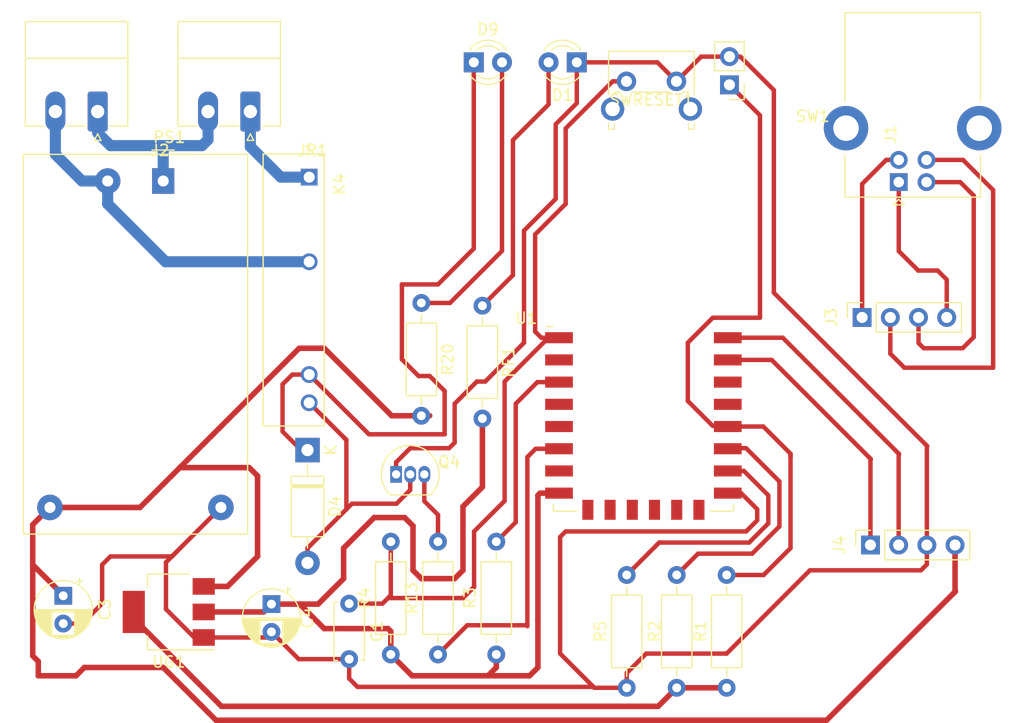
<source format=kicad_pcb>
(kicad_pcb (version 20211014) (generator pcbnew)
  (layers (0 "F.Cu" signal) (31 "B.Cu" signal) (34 "B.Paste" user) (35 "F.Paste" user) (36 "B.SilkS" user "B.Silkscreen") (37 "F.SilkS" user "F.Silkscreen") (38 "B.Mask" user) (39 "F.Mask" user) (44 "Edge.Cuts" user))
  (net 0 "")
  (net 1 "/nRST")
  (net 2 "GND")
  (net 3 "+3.3V")
  (net 4 "+5V")
  (net 5 "Net-(D1-Pad2)")
  (net 6 "Net-(D4-Pad1)")
  (net 7 "Net-(D4-Pad2)")
  (net 8 "Net-(D9-Pad2)")
  (net 9 "/5V")
  (net 10 "/RX1")
  (net 11 "/TX1")
  (net 12 "/0V")
  (net 14 "/TX")
  (net 15 "/RX")
  (net 16 "/12")
  (net 17 "Net-(Q4-Pad3)")
  (net 18 "/GPIO0")
  (net 19 "/GPIO2")
  (net 20 "/EN")
  (net 21 "/GPIO15")
  (net 22 "/GPIO12")
  (net 35 "/L")
  (net 36 "/N")
  (footprint "Package_TO_SOT_SMD:SOT-223-3_TabPin2" (layer "F.Cu") (at 127.75 112 180)
    (fp_text reference "UG1" (at 0 -4.5) (layer "F.SilkS"))
    (fp_text value "AMS1117-3.3")
    (pad "1" smd rect (at -3.15 -2.3 180) (size 2 1.5) (layers "F.Cu" "F.Paste" "F.Mask") (net 2 "GND"))
    (pad "2" smd rect (at 3.15 0 180) (size 2 3.8) (layers "F.Cu" "F.Paste" "F.Mask") (net 3 "+3.3V"))
    (pad "2" smd rect (at -3.15 0 180) (size 2 1.5) (layers "F.Cu" "F.Paste" "F.Mask") (net 3 "+3.3V"))
    (pad "3" smd rect (at -3.15 2.3 180) (size 2 1.5) (layers "F.Cu" "F.Paste" "F.Mask") (net 4 "+5V"))
  )
  (footprint "Resistor_THT:R_Axial_DIN0207_L6.3mm_D2.5mm_P10.16mm_Horizontal" (layer "F.Cu") (at 150.5 84.17 -90)
    (fp_text reference "R20" (at 5.08 -2.37 90) (layer "F.SilkS"))
    (fp_text value "330")
    (pad "1" thru_hole circle (at 0 0 270) (size 1.6 1.6) (drill 0.8) (layers *.Cu *.Mask) (net 8 "Net-(D9-Pad2)"))
    (pad "2" thru_hole oval (at 10.16 0 270) (size 1.6 1.6) (drill 0.8) (layers *.Cu *.Mask) (net 4 "+5V"))
  )
  (footprint "Capacitor_THT:CP_Radial_D5.0mm_P2.50mm" (layer "F.Cu") (at 118.25 110.544888 -90)
    (fp_text reference "C3" (at 1.25 -3.75 90) (layer "F.SilkS"))
    (fp_text value "10uF")
    (pad "1" thru_hole rect (at 0 0 270) (size 1.6 1.6) (drill 0.8) (layers *.Cu *.Mask) (net 4 "+5V"))
    (pad "2" thru_hole circle (at 2.5 0 270) (size 1.6 1.6) (drill 0.8) (layers *.Cu *.Mask) (net 2 "GND"))
  )
  (footprint "LED_THT:LED_D3.0mm" (layer "F.Cu") (at 164.5 62.5 180)
    (fp_text reference "D1" (at 1.27 -2.96) (layer "F.SilkS"))
    (fp_text value "LED_Filled")
    (pad "1" thru_hole rect (at 0 0 180) (size 1.8 1.8) (drill 0.9) (layers *.Cu *.Mask) (net 2 "GND"))
    (pad "2" thru_hole circle (at 2.54 0 180) (size 1.8 1.8) (drill 0.9) (layers *.Cu *.Mask) (net 5 "Net-(D1-Pad2)"))
  )
  (footprint "Diode_THT:D_DO-41_SOD81_P10.16mm_Horizontal" (layer "F.Cu") (at 140.25 97.42 -90)
    (fp_text reference "D4" (at 5.08 -2.47 90) (layer "F.SilkS"))
    (fp_text value "1N4007")
    (fp_text user "K" (at 0 -2.1 90) (layer "F.SilkS"))
    (pad "1" thru_hole rect (at 0 0 270) (size 2.2 2.2) (drill 1.1) (layers *.Cu *.Mask) (net 6 "Net-(D4-Pad1)"))
    (pad "2" thru_hole oval (at 10.16 0 270) (size 2.2 2.2) (drill 1.1) (layers *.Cu *.Mask) (net 7 "Net-(D4-Pad2)"))
  )
  (footprint "Converter_ACDC:Converter_ACDC_HiLink_HLK-PMxx" (layer "F.Cu") (at 127.25 73.1875 -90)
    (fp_text reference "PS1" (at -3.94 -0.55) (layer "F.SilkS"))
    (fp_text value "HLK-PM01")
    (pad "1" thru_hole rect (at 0 0 270) (size 2.3 2) (drill 1) (layers *.Cu *.Mask) (net 36 "/N"))
    (pad "2" thru_hole circle (at 0 5 270) (size 2.3 2.3) (drill 1) (layers *.Cu *.Mask) (net 35 "/L"))
    (pad "3" thru_hole circle (at 29.4 -5.2 270) (size 2.3 2.3) (drill 1) (layers *.Cu *.Mask) (net 2 "GND"))
    (pad "4" thru_hole circle (at 29.4 10.2 270) (size 2.3 2.3) (drill 1) (layers *.Cu *.Mask) (net 4 "+5V"))
  )
  (footprint "Resistor_THT:R_Axial_DIN0207_L6.3mm_D2.5mm_P10.16mm_Horizontal" (layer "F.Cu") (at 156 84.42 -90)
    (fp_text reference "RF1" (at 5.08 -2.37 90) (layer "F.SilkS"))
    (fp_text value "330")
    (pad "1" thru_hole circle (at 0 0 270) (size 1.6 1.6) (drill 0.8) (layers *.Cu *.Mask) (net 5 "Net-(D1-Pad2)"))
    (pad "2" thru_hole oval (at 10.16 0 270) (size 1.6 1.6) (drill 0.8) (layers *.Cu *.Mask) (net 3 "+3.3V"))
  )
  (footprint "Resistor_THT:R_Axial_DIN0207_L6.3mm_D2.5mm_P10.16mm_Horizontal" (layer "F.Cu") (at 152 115.83 90)
    (fp_text reference "R13" (at 5.08 -2.37 90) (layer "F.SilkS"))
    (fp_text value "1k")
    (pad "1" thru_hole circle (at 0 0 90) (size 1.6 1.6) (drill 0.8) (layers *.Cu *.Mask) (net 22 "/GPIO12"))
    (pad "2" thru_hole oval (at 10.16 0 90) (size 1.6 1.6) (drill 0.8) (layers *.Cu *.Mask) (net 17 "Net-(Q4-Pad3)"))
  )
  (footprint "RF_Module:ESP-12E" (layer "F.Cu") (at 170.5 90.8)
    (fp_text reference "U1" (at -10.56 -5.26) (layer "F.SilkS"))
    (fp_text value "ESP-12E")
    (pad "1" smd rect (at -7.6 -3.5) (size 2.5 1) (layers "F.Cu" "F.Paste" "F.Mask") (net 1 "/nRST"))
    (pad "2" smd rect (at -7.6 -1.5) (size 2.5 1) (layers "F.Cu" "F.Paste" "F.Mask"))
    (pad "3" smd rect (at -7.6 0.5) (size 2.5 1) (layers "F.Cu" "F.Paste" "F.Mask") (net 20 "/EN"))
    (pad "4" smd rect (at -7.6 2.5) (size 2.5 1) (layers "F.Cu" "F.Paste" "F.Mask"))
    (pad "5" smd rect (at -7.6 4.5) (size 2.5 1) (layers "F.Cu" "F.Paste" "F.Mask"))
    (pad "6" smd rect (at -7.6 6.5) (size 2.5 1) (layers "F.Cu" "F.Paste" "F.Mask") (net 22 "/GPIO12"))
    (pad "7" smd rect (at -7.6 8.5) (size 2.5 1) (layers "F.Cu" "F.Paste" "F.Mask"))
    (pad "8" smd rect (at -7.6 10.5) (size 2.5 1) (layers "F.Cu" "F.Paste" "F.Mask") (net 3 "+3.3V"))
    (pad "9" smd rect (at -5 12) (size 1 1.8) (layers "F.Cu" "F.Paste" "F.Mask"))
    (pad "10" smd rect (at -3 12) (size 1 1.8) (layers "F.Cu" "F.Paste" "F.Mask"))
    (pad "11" smd rect (at -1 12) (size 1 1.8) (layers "F.Cu" "F.Paste" "F.Mask"))
    (pad "12" smd rect (at 1 12) (size 1 1.8) (layers "F.Cu" "F.Paste" "F.Mask"))
    (pad "13" smd rect (at 3 12) (size 1 1.8) (layers "F.Cu" "F.Paste" "F.Mask"))
    (pad "14" smd rect (at 5 12) (size 1 1.8) (layers "F.Cu" "F.Paste" "F.Mask"))
    (pad "15" smd rect (at 7.6 10.5) (size 2.5 1) (layers "F.Cu" "F.Paste" "F.Mask") (net 2 "GND"))
    (pad "16" smd rect (at 7.6 8.5) (size 2.5 1) (layers "F.Cu" "F.Paste" "F.Mask") (net 21 "/GPIO15"))
    (pad "17" smd rect (at 7.6 6.5) (size 2.5 1) (layers "F.Cu" "F.Paste" "F.Mask") (net 19 "/GPIO2"))
    (pad "18" smd rect (at 7.6 4.5) (size 2.5 1) (layers "F.Cu" "F.Paste" "F.Mask") (net 18 "/GPIO0"))
    (pad "19" smd rect (at 7.6 2.5) (size 2.5 1) (layers "F.Cu" "F.Paste" "F.Mask"))
    (pad "20" smd rect (at 7.6 0.5) (size 2.5 1) (layers "F.Cu" "F.Paste" "F.Mask"))
    (pad "21" smd rect (at 7.6 -1.5) (size 2.5 1) (layers "F.Cu" "F.Paste" "F.Mask") (net 14 "/TX"))
    (pad "22" smd rect (at 7.6 -3.5) (size 2.5 1) (layers "F.Cu" "F.Paste" "F.Mask") (net 15 "/RX"))
  )
  (footprint "Connector_USB:USB_B_Lumberg_2411_02_Horizontal" (layer "F.Cu") (at 193.5 73.2875 90)
    (fp_text reference "J1" (at 4.2875 -0.75 90) (layer "F.SilkS"))
    (fp_text value "USB_B")
    (pad "1" thru_hole rect (at 0 0 180) (size 1.6 1.6) (drill 0.95) (layers *.Cu *.Mask) (net 9 "/5V"))
    (pad "2" thru_hole circle (at 0 2.5 180) (size 1.6 1.6) (drill 0.95) (layers *.Cu *.Mask) (net 10 "/RX1"))
    (pad "3" thru_hole circle (at 2 2.5 180) (size 1.6 1.6) (drill 0.95) (layers *.Cu *.Mask) (net 11 "/TX1"))
    (pad "4" thru_hole circle (at 2 0 180) (size 1.6 1.6) (drill 0.95) (layers *.Cu *.Mask) (net 12 "/0V"))
    (pad "5" thru_hole circle (at 4.86 -4.75 180) (size 4 4) (drill 2.3) (layers *.Cu *.Mask))
    (pad "5" thru_hole circle (at 4.86 7.25 180) (size 4 4) (drill 2.3) (layers *.Cu *.Mask))
  )
  (footprint "Resistor_THT:R_Axial_DIN0207_L6.3mm_D2.5mm_P10.16mm_Horizontal" (layer "F.Cu") (at 173.5 118.83 90)
    (fp_text reference "R2" (at 5.08 -2 90) (layer "F.SilkS"))
    (fp_text value "10k")
    (pad "1" thru_hole circle (at 0 0 90) (size 1.6 1.6) (drill 0.8) (layers *.Cu *.Mask) (net 3 "+3.3V"))
    (pad "2" thru_hole oval (at 10.16 0 90) (size 1.6 1.6) (drill 0.8) (layers *.Cu *.Mask) (net 19 "/GPIO2"))
  )
  (footprint "Connector_PinSocket_2.54mm:PinSocket_1x04_P2.54mm_Vertical" (layer "F.Cu") (at 190.95 105.975 90)
    (fp_text reference "J4" (at 0 -2.77 90) (layer "F.SilkS"))
    (fp_text value "Conn_01x04")
    (pad "1" thru_hole rect (at 0 0 90) (size 1.7 1.7) (drill 1) (layers *.Cu *.Mask) (net 14 "/TX"))
    (pad "2" thru_hole oval (at 0 2.54 90) (size 1.7 1.7) (drill 1) (layers *.Cu *.Mask) (net 15 "/RX"))
    (pad "3" thru_hole oval (at 0 5.08 90) (size 1.7 1.7) (drill 1) (layers *.Cu *.Mask) (net 2 "GND"))
    (pad "4" thru_hole oval (at 0 7.62 90) (size 1.7 1.7) (drill 1) (layers *.Cu *.Mask) (net 4 "+5V"))
  )
  (footprint "Resistor_THT:R_Axial_DIN0207_L6.3mm_D2.5mm_P10.16mm_Horizontal" (layer "F.Cu") (at 157.25 115.83 90)
    (fp_text reference "R3" (at 5.08 -2.37 90) (layer "F.SilkS"))
    (fp_text value "10k")
    (pad "1" thru_hole circle (at 0 0 90) (size 1.6 1.6) (drill 0.8) (layers *.Cu *.Mask) (net 3 "+3.3V"))
    (pad "2" thru_hole oval (at 10.16 0 90) (size 1.6 1.6) (drill 0.8) (layers *.Cu *.Mask) (net 20 "/EN"))
  )
  (footprint "Connector_Phoenix_MC:PhoenixContact_MC_1,5_2-G-3.81_1x02_P3.81mm_Horizontal" (layer "F.Cu") (at 121.35 66.9325 180)
    (fp_text reference "J2" (at -5.6 -3.5) (layer "F.SilkS"))
    (fp_text value "Conn_01x02")
    (pad "1" thru_hole roundrect (at 0 0 180) (size 1.8 3.6) (drill 1.2) (layers *.Cu *.Mask) (roundrect_rratio 0.138889) (net 36 "/N"))
    (pad "2" thru_hole oval (at 3.81 0 180) (size 1.8 3.6) (drill 1.2) (layers *.Cu *.Mask) (net 35 "/L"))
  )
  (footprint "Connector_PinSocket_2.54mm:PinSocket_1x04_P2.54mm_Vertical" (layer "F.Cu") (at 190.2 85.475 90)
    (fp_text reference "J3" (at 0 -2.77 90) (layer "F.SilkS"))
    (fp_text value "Conn_01x04")
    (pad "1" thru_hole rect (at 0 0 90) (size 1.7 1.7) (drill 1) (layers *.Cu *.Mask) (net 12 "/0V"))
    (pad "2" thru_hole oval (at 0 2.54 90) (size 1.7 1.7) (drill 1) (layers *.Cu *.Mask) (net 11 "/TX1"))
    (pad "3" thru_hole oval (at 0 5.08 90) (size 1.7 1.7) (drill 1) (layers *.Cu *.Mask) (net 10 "/RX1"))
    (pad "4" thru_hole oval (at 0 7.62 90) (size 1.7 1.7) (drill 1) (layers *.Cu *.Mask) (net 9 "/5V"))
  )
  (footprint "Connector_Phoenix_MC:PhoenixContact_MC_1,5_2-G-3.81_1x02_P3.81mm_Horizontal" (layer "F.Cu") (at 135.1 66.9325 180)
    (fp_text reference "JR1" (at -5.6 -3.5) (layer "F.SilkS"))
    (fp_text value "Conn_01x02")
    (pad "1" thru_hole roundrect (at 0 0 180) (size 1.8 3.6) (drill 1.2) (layers *.Cu *.Mask) (roundrect_rratio 0.138889) (net 16 "/12"))
    (pad "2" thru_hole oval (at 3.81 0 180) (size 1.8 3.6) (drill 1.2) (layers *.Cu *.Mask) (net 36 "/N"))
  )
  (footprint "Resistor_THT:R_Axial_DIN0207_L6.3mm_D2.5mm_P10.16mm_Horizontal" (layer "F.Cu") (at 178 118.83 90)
    (fp_text reference "R1" (at 5.08 -2.37 90) (layer "F.SilkS"))
    (fp_text value "10k")
    (pad "1" thru_hole circle (at 0 0 90) (size 1.6 1.6) (drill 0.8) (layers *.Cu *.Mask) (net 3 "+3.3V"))
    (pad "2" thru_hole oval (at 10.16 0 90) (size 1.6 1.6) (drill 0.8) (layers *.Cu *.Mask) (net 18 "/GPIO0"))
  )
  (footprint "Package_TO_SOT_THT:TO-92_Inline" (layer "F.Cu") (at 148.23 99.61)
    (fp_text reference "Q4" (at 4.77 -1.11) (layer "F.SilkS"))
    (fp_text value "2SC1815")
    (pad "1" thru_hole rect (at 0 0) (size 1.05 1.5) (drill 0.75) (layers *.Cu *.Mask) (net 2 "GND"))
    (pad "2" thru_hole oval (at 1.27 0) (size 1.05 1.5) (drill 0.75) (layers *.Cu *.Mask) (net 7 "Net-(D4-Pad2)"))
    (pad "3" thru_hole oval (at 2.54 0) (size 1.05 1.5) (drill 0.75) (layers *.Cu *.Mask) (net 17 "Net-(Q4-Pad3)"))
  )
  (footprint "Button_Switch_THT:SW_Tactile_SPST_Angled_PTS645Vx39-2LFS" (layer "F.Cu") (at 168.975 64.2125)
    (fp_text reference "SWRESET1" (at 2.25 1.68) (layer "F.SilkS"))
    (fp_text value "SW_Push")
    (pad "" thru_hole circle (at 5.76 2.49) (size 2.1 2.1) (drill 1.3) (layers *.Cu *.Mask))
    (pad "" thru_hole circle (at -1.25 2.49) (size 2.1 2.1) (drill 1.3) (layers *.Cu *.Mask))
    (pad "1" thru_hole circle (at 0 0) (size 1.75 1.75) (drill 0.99) (layers *.Cu *.Mask) (net 1 "/nRST"))
    (pad "2" thru_hole circle (at 4.5 0) (size 1.75 1.75) (drill 0.99) (layers *.Cu *.Mask) (net 2 "GND"))
  )
  (footprint "Connector_PinHeader_2.54mm:PinHeader_1x02_P2.54mm_Vertical" (layer "F.Cu") (at 178.25 64.525 180)
    (fp_text reference "SW1" (at -7.5 -2.83) (layer "F.SilkS"))
    (fp_text value "SW_DIP_x01")
    (pad "1" thru_hole rect (at 0 0 180) (size 1.7 1.7) (drill 1) (layers *.Cu *.Mask) (net 18 "/GPIO0"))
    (pad "2" thru_hole oval (at 0 2.54 180) (size 1.7 1.7) (drill 1) (layers *.Cu *.Mask) (net 2 "GND"))
  )
  (footprint "Resistor_THT:R_Axial_DIN0207_L6.3mm_D2.5mm_P10.16mm_Horizontal" (layer "F.Cu") (at 147.75 115.83 90)
    (fp_text reference "R4" (at 5.08 -2.37 90) (layer "F.SilkS"))
    (fp_text value "10k")
    (pad "1" thru_hole circle (at 0 0 90) (size 1.6 1.6) (drill 0.8) (layers *.Cu *.Mask) (net 3 "+3.3V"))
    (pad "2" thru_hole oval (at 10.16 0 90) (size 1.6 1.6) (drill 0.8) (layers *.Cu *.Mask) (net 1 "/nRST"))
  )
  (footprint "G3MB-202PDC5:RELAY_G3MB-202PDC5" (layer "F.Cu") (at 139 83 -90)
    (fp_text reference "K4" (at -9.525 -4.135 90) (layer "F.SilkS"))
    (fp_text value "G3MB-202PDC5")
    (pad "1" thru_hole rect locked (at -10.16 -1.4 270) (size 1.508 1.508) (drill 1) (layers *.Cu *.Mask) (net 16 "/12"))
    (pad "2" thru_hole circle locked (at -2.54 -1.4 270) (size 1.508 1.508) (drill 1) (layers *.Cu *.Mask) (net 35 "/L"))
    (pad "3" thru_hole circle locked (at 7.62 -1.4 270) (size 1.508 1.508) (drill 1) (layers *.Cu *.Mask) (net 6 "Net-(D4-Pad1)"))
    (pad "4" thru_hole circle locked (at 10.16 -1.4 270) (size 1.508 1.508) (drill 1) (layers *.Cu *.Mask) (net 7 "Net-(D4-Pad2)"))
  )
  (footprint "Capacitor_THT:CP_Radial_D5.0mm_P2.50mm" (layer "F.Cu") (at 137 111.294888 -90)
    (fp_text reference "C4" (at 1.25 -3.25 90) (layer "F.SilkS"))
    (fp_text value "10uF")
    (pad "1" thru_hole rect (at 0 0 270) (size 1.6 1.6) (drill 0.8) (layers *.Cu *.Mask) (net 3 "+3.3V"))
    (pad "2" thru_hole circle (at 2.5 0 270) (size 1.6 1.6) (drill 0.8) (layers *.Cu *.Mask) (net 2 "GND"))
  )
  (footprint "Resistor_THT:R_Axial_DIN0207_L6.3mm_D2.5mm_P10.16mm_Horizontal" (layer "F.Cu") (at 169 118.83 90)
    (fp_text reference "R5" (at 5.08 -2.37 90) (layer "F.SilkS"))
    (fp_text value "10k")
    (pad "1" thru_hole circle (at 0 0 90) (size 1.6 1.6) (drill 0.8) (layers *.Cu *.Mask) (net 2 "GND"))
    (pad "2" thru_hole oval (at 10.16 0 90) (size 1.6 1.6) (drill 0.8) (layers *.Cu *.Mask) (net 21 "/GPIO15"))
  )
  (footprint "LED_THT:LED_D3.0mm" (layer "F.Cu") (at 155.225 62.5)
    (fp_text reference "D9" (at 1.27 -2.96) (layer "F.SilkS"))
    (fp_text value "LED_Filled")
    (pad "1" thru_hole rect (at 0 0) (size 1.8 1.8) (drill 0.9) (layers *.Cu *.Mask) (net 6 "Net-(D4-Pad1)"))
    (pad "2" thru_hole circle (at 2.54 0) (size 1.8 1.8) (drill 0.9) (layers *.Cu *.Mask) (net 8 "Net-(D9-Pad2)"))
  )
  (footprint "Capacitor_THT:C_Disc_D5.0mm_W2.5mm_P5.00mm" (layer "F.Cu") (at 144 111.25 -90)
    (fp_text reference "C1" (at 2.5 -2.5 90) (layer "F.SilkS"))
    (fp_text value "470pF")
    (pad "1" thru_hole circle (at 0 0 270) (size 1.6 1.6) (drill 0.8) (layers *.Cu *.Mask) (net 1 "/nRST"))
    (pad "2" thru_hole circle (at 5 0 270) (size 1.6 1.6) (drill 0.8) (layers *.Cu *.Mask) (net 2 "GND"))
  )
  (segment (start 161.3 87.3) (end 162.9 87.3) (width 0.4) (layer "F.Cu") (net 1))
  (segment (start 160.75 78) (end 160.75 86.75) (width 0.4) (layer "F.Cu") (net 1))
  (segment (start 163.5 75.25) (end 160.75 78) (width 0.4) (layer "F.Cu") (net 1))
  (segment (start 167.737564 64.2125) (end 163.5 68.450064) (width 0.4) (layer "F.Cu") (net 1))
  (segment (start 155.25 104.75) (end 155.25 109.75) (width 0.4) (layer "F.Cu") (net 1))
  (segment (start 158 91.25) (end 158 102) (width 0.4) (layer "F.Cu") (net 1))
  (segment (start 158 102) (end 155.25 104.75) (width 0.4) (layer "F.Cu") (net 1))
  (segment (start 160.75 86.75) (end 161.3 87.3) (width 0.4) (layer "F.Cu") (net 1))
  (segment (start 147.75 110.5) (end 147.75 105.67) (width 0.4) (layer "F.Cu") (net 1))
  (segment (start 161.95 87.3) (end 158 91.25) (width 0.4) (layer "F.Cu") (net 1))
  (segment (start 144 111.25) (end 147 111.25) (width 0.4) (layer "F.Cu") (net 1))
  (segment (start 168.975 64.2125) (end 167.737564 64.2125) (width 0.4) (layer "F.Cu") (net 1))
  (segment (start 147.5 110.75) (end 147.75 110.5) (width 0.4) (layer "F.Cu") (net 1))
  (segment (start 163.5 68.450064) (end 163.5 75.25) (width 0.4) (layer "F.Cu") (net 1))
  (segment (start 154.25 110.75) (end 147.5 110.75) (width 0.4) (layer "F.Cu") (net 1))
  (segment (start 155.25 109.75) (end 154.25 110.75) (width 0.4) (layer "F.Cu") (net 1))
  (segment (start 162.9 87.3) (end 161.95 87.3) (width 0.4) (layer "F.Cu") (net 1))
  (segment (start 147 111.25) (end 147.75 110.5) (width 0.4) (layer "F.Cu") (net 1))
  (segment (start 137 113.794888) (end 139.455112 116.25) (width 0.4) (layer "F.Cu") (net 2))
  (segment (start 121.75 111.25) (end 121.75 107.75) (width 0.4) (layer "F.Cu") (net 2))
  (segment (start 148.23 99.36) (end 148.14 99.36) (width 0.4) (layer "F.Cu") (net 2))
  (segment (start 180.75 102.75) (end 179.3 101.3) (width 0.4) (layer "F.Cu") (net 2))
  (segment (start 153.5 93.25) (end 153.5 96.75) (width 0.4) (layer "F.Cu") (net 2))
  (segment (start 195.5 108.25) (end 185.5 108.25) (width 0.4) (layer "F.Cu") (net 2))
  (segment (start 163 115.75) (end 163 105.25) (width 0.4) (layer "F.Cu") (net 2))
  (segment (start 196.03 105.975) (end 196.03 107.72) (width 0.4) (layer "F.Cu") (net 2))
  (segment (start 182.25 65) (end 179.235 61.985) (width 0.4) (layer "F.Cu") (net 2))
  (segment (start 118.25 113.044888) (end 119.955112 113.044888) (width 0.4) (layer "F.Cu") (net 2))
  (segment (start 132.45 102.95) (end 132.45 102.5875) (width 0.4) (layer "F.Cu") (net 2))
  (segment (start 179.235 61.985) (end 178.25 61.985) (width 0.4) (layer "F.Cu") (net 2))
  (segment (start 166.08 118.83) (end 163 115.75) (width 0.4) (layer "F.Cu") (net 2))
  (segment (start 162.6 68.077272) (end 162.6 74.8) (width 0.4) (layer "F.Cu") (net 2))
  (segment (start 185.5 108.25) (end 178 115.75) (width 0.4) (layer "F.Cu") (net 2))
  (segment (start 136.494888 114.3) (end 137 113.794888) (width 0.4) (layer "F.Cu") (net 2))
  (segment (start 180.75 103.75) (end 180.75 102.75) (width 0.4) (layer "F.Cu") (net 2))
  (segment (start 196.07 97.07) (end 195.875 96.875) (width 0.4) (layer "F.Cu") (net 2))
  (segment (start 149.5 97.25) (end 148.23 98.52) (width 0.4) (layer "F.Cu") (net 2))
  (segment (start 164.5 62.5) (end 164.5 66.177272) (width 0.4) (layer "F.Cu") (net 2))
  (segment (start 144 118) (end 144 116.25) (width 0.4) (layer "F.Cu") (net 2))
  (segment (start 178 115.75) (end 170.75 115.75) (width 0.4) (layer "F.Cu") (net 2))
  (segment (start 196.03 105.975) (end 196.03 104.03) (width 0.4) (layer "F.Cu") (net 2))
  (segment (start 159.75 77.65) (end 159.75 87.75) (width 0.4) (layer "F.Cu") (net 2))
  (segment (start 127.5 107.5375) (end 127.5 111.75) (width 0.4) (layer "F.Cu") (net 2))
  (segment (start 132.45 102.5875) (end 128.51875 106.51875) (width 0.4) (layer "F.Cu") (net 2))
  (segment (start 119.955112 113.044888) (end 121.75 111.25) (width 0.4) (layer "F.Cu") (net 2))
  (segment (start 127.5 111.75) (end 130.05 114.3) (width 0.4) (layer "F.Cu") (net 2))
  (segment (start 164.5 62.5) (end 171.7625 62.5) (width 0.4) (layer "F.Cu") (net 2))
  (segment (start 122.5 107) (end 128.0375 107) (width 0.4) (layer "F.Cu") (net 2))
  (segment (start 170.75 115.75) (end 169 117.5) (width 0.4) (layer "F.Cu") (net 2))
  (segment (start 130.9 114.3) (end 136.494888 114.3) (width 0.4) (layer "F.Cu") (net 2))
  (segment (start 196.03 97.03) (end 195.875 96.875) (width 0.4) (layer "F.Cu") (net 2))
  (segment (start 169 118.83) (end 166.08 118.83) (width 0.4) (layer "F.Cu") (net 2))
  (segment (start 166 118.75) (end 166.08 118.83) (width 0.4) (layer "F.Cu") (net 2))
  (segment (start 162.6 74.8) (end 159.75 77.65) (width 0.4) (layer "F.Cu") (net 2))
  (segment (start 153 97.25) (end 149.5 97.25) (width 0.4) (layer "F.Cu") (net 2))
  (segment (start 148.14 99.36) (end 148 99.5) (width 0.4) (layer "F.Cu") (net 2))
  (segment (start 175.7025 61.985) (end 173.475 64.2125) (width 0.4) (layer "F.Cu") (net 2))
  (segment (start 182.25 83.25) (end 182.25 65) (width 0.4) (layer "F.Cu") (net 2))
  (segment (start 169 117.5) (end 169 118.83) (width 0.4) (layer "F.Cu") (net 2))
  (segment (start 164.5 66.177272) (end 162.6 68.077272) (width 0.4) (layer "F.Cu") (net 2))
  (segment (start 130.05 114.3) (end 130.9 114.3) (width 0.4) (layer "F.Cu") (net 2))
  (segment (start 196.03 104.03) (end 196.03 97.03) (width 0.4) (layer "F.Cu") (net 2))
  (segment (start 144.75 118.75) (end 144 118) (width 0.4) (layer "F.Cu") (net 2))
  (segment (start 179.75 104.75) (end 180.75 103.75) (width 0.4) (layer "F.Cu") (net 2))
  (segment (start 144.75 118.75) (end 166 118.75) (width 0.4) (layer "F.Cu") (net 2))
  (segment (start 156.25 91.25) (end 155.5 91.25) (width 0.4) (layer "F.Cu") (net 2))
  (segment (start 139.455112 116.25) (end 144 116.25) (width 0.4) (layer "F.Cu") (net 2))
  (segment (start 153.5 96.75) (end 153 97.25) (width 0.4) (layer "F.Cu") (net 2))
  (segment (start 159.75 87.75) (end 156.25 91.25) (width 0.4) (layer "F.Cu") (net 2))
  (segment (start 163.5 104.75) (end 179.75 104.75) (width 0.4) (layer "F.Cu") (net 2))
  (segment (start 148.23 98.52) (end 148.23 99.61) (width 0.4) (layer "F.Cu") (net 2))
  (segment (start 179.3 101.3) (end 178.1 101.3) (width 0.4) (layer "F.Cu") (net 2))
  (segment (start 195.875 96.875) (end 182.25 83.25) (width 0.4) (layer "F.Cu") (net 2))
  (segment (start 163 105.25) (end 163.5 104.75) (width 0.4) (layer "F.Cu") (net 2))
  (segment (start 128.51875 106.51875) (end 127.5 107.5375) (width 0.4) (layer "F.Cu") (net 2))
  (segment (start 178.25 61.985) (end 175.7025 61.985) (width 0.4) (layer "F.Cu") (net 2))
  (segment (start 121.75 107.75) (end 122.5 107) (width 0.4) (layer "F.Cu") (net 2))
  (segment (start 171.7625 62.5) (end 173.475 64.2125) (width 0.4) (layer "F.Cu") (net 2))
  (segment (start 196.03 107.72) (end 195.5 108.25) (width 0.4) (layer "F.Cu") (net 2))
  (segment (start 148.23 99.36) (end 148.23 100.02) (width 0.4) (layer "F.Cu") (net 2))
  (segment (start 155.5 91.25) (end 153.5 93.25) (width 0.4) (layer "F.Cu") (net 2))
  (segment (start 165.04 61.96) (end 164.5 62.5) (width 0.4) (layer "F.Cu") (net 2))
  (segment (start 128.0375 107) (end 128.51875 106.51875) (width 0.4) (layer "F.Cu") (net 2))
  (segment (start 154.25 108.25) (end 153.5 109) (width 0.5) (layer "F.Cu") (net 3))
  (segment (start 156 94.58) (end 156 100.75) (width 0.5) (layer "F.Cu") (net 3))
  (segment (start 173.5 118.83) (end 171.83 120.5) (width 0.5) (layer "F.Cu") (net 3))
  (segment (start 132.5 120.5) (end 124.6 112.6) (width 0.5) (layer "F.Cu") (net 3))
  (segment (start 161 101.5) (end 161.2 101.3) (width 0.5) (layer "F.Cu") (net 3))
  (segment (start 141.75 113.5) (end 147.5 113.5) (width 0.5) (layer "F.Cu") (net 3))
  (segment (start 146.25 103.5) (end 143.5 106.25) (width 0.5) (layer "F.Cu") (net 3))
  (segment (start 161.2 101.3) (end 162.9 101.3) (width 0.5) (layer "F.Cu") (net 3))
  (segment (start 156.5 117.75) (end 149.67 117.75) (width 0.5) (layer "F.Cu") (net 3))
  (segment (start 161 117) (end 161 112.75) (width 0.5) (layer "F.Cu") (net 3))
  (segment (start 160.25 117.75) (end 161 117) (width 0.5) (layer "F.Cu") (net 3))
  (segment (start 139.544888 111.294888) (end 141.75 113.5) (width 0.5) (layer "F.Cu") (net 3))
  (segment (start 149.75 104.25) (end 149 103.5) (width 0.5) (layer "F.Cu") (net 3))
  (segment (start 154.25 102.5) (end 154.25 108.25) (width 0.5) (layer "F.Cu") (net 3))
  (segment (start 156 100.75) (end 154.25 102.5) (width 0.5) (layer "F.Cu") (net 3))
  (segment (start 171.83 120.5) (end 132.5 120.5) (width 0.5) (layer "F.Cu") (net 3))
  (segment (start 149.67 117.75) (end 147.75 115.83) (width 0.5) (layer "F.Cu") (net 3))
  (segment (start 141.205112 111.294888) (end 139.544888 111.294888) (width 0.5) (layer "F.Cu") (net 3))
  (segment (start 150.5 109) (end 149.75 108.25) (width 0.5) (layer "F.Cu") (net 3))
  (segment (start 156.5 117.75) (end 160.25 117.75) (width 0.5) (layer "F.Cu") (net 3))
  (segment (start 143.5 109) (end 141.205112 111.294888) (width 0.5) (layer "F.Cu") (net 3))
  (segment (start 153.5 109) (end 150.5 109) (width 0.5) (layer "F.Cu") (net 3))
  (segment (start 157.25 115.83) (end 157.25 117) (width 0.5) (layer "F.Cu") (net 3))
  (segment (start 124.6 112.6) (end 124.6 112) (width 0.5) (layer "F.Cu") (net 3))
  (segment (start 137 111.294888) (end 139.544888 111.294888) (width 0.5) (layer "F.Cu") (net 3))
  (segment (start 173.5 118.83) (end 178 118.83) (width 0.5) (layer "F.Cu") (net 3))
  (segment (start 161 112.75) (end 161 101.5) (width 0.5) (layer "F.Cu") (net 3))
  (segment (start 149 103.5) (end 146.25 103.5) (width 0.5) (layer "F.Cu") (net 3))
  (segment (start 136.294888 112) (end 137 111.294888) (width 0.5) (layer "F.Cu") (net 3))
  (segment (start 157.25 117) (end 156.5 117.75) (width 0.5) (layer "F.Cu") (net 3))
  (segment (start 147.5 113.5) (end 147.75 113.75) (width 0.5) (layer "F.Cu") (net 3))
  (segment (start 130.9 112) (end 136.294888 112) (width 0.5) (layer "F.Cu") (net 3))
  (segment (start 149.75 108.25) (end 149.75 104.25) (width 0.5) (layer "F.Cu") (net 3))
  (segment (start 143.5 106.25) (end 143.5 109) (width 0.5) (layer "F.Cu") (net 3))
  (segment (start 147.75 113.75) (end 147.75 115.83) (width 0.5) (layer "F.Cu") (net 3))
  (segment (start 115.5 107.25) (end 115.5 104.1375) (width 0.5) (layer "F.Cu") (net 4))
  (segment (start 131 109.6) (end 130.9 109.7) (width 0.5) (layer "F.Cu") (net 4))
  (segment (start 115.5 104.1375) (end 117.05 102.5875) (width 0.5) (layer "F.Cu") (net 4))
  (segment (start 128.75 99) (end 125.1625 102.5875) (width 0.5) (layer "F.Cu") (net 4))
  (segment (start 127.25 117) (end 132 121.75) (width 0.5) (layer "F.Cu") (net 4))
  (segment (start 147.83 94.33) (end 141.75 88.25) (width 0.5) (layer "F.Cu") (net 4))
  (segment (start 139.5 88.25) (end 128.75 99) (width 0.5) (layer "F.Cu") (net 4))
  (segment (start 187 121.75) (end 198.375 110.375) (width 0.5) (layer "F.Cu") (net 4))
  (segment (start 198.57 105.975) (end 198.57 110.18) (width 0.5) (layer "F.Cu") (net 4))
  (segment (start 118.25 110.5) (end 115.5 107.75) (width 0.5) (layer "F.Cu") (net 4))
  (segment (start 133.05 109.7) (end 135.75 107) (width 0.5) (layer "F.Cu") (net 4))
  (segment (start 119.397145 117.75) (end 120.147145 117) (width 0.5) (layer "F.Cu") (net 4))
  (segment (start 135.75 107) (end 135.75 99.75) (width 0.5) (layer "F.Cu") (net 4))
  (segment (start 141.75 88.25) (end 139.5 88.25) (width 0.5) (layer "F.Cu") (net 4))
  (segment (start 120.147145 117) (end 127.25 117) (width 0.5) (layer "F.Cu") (net 4))
  (segment (start 132 121.75) (end 187 121.75) (width 0.5) (layer "F.Cu") (net 4))
  (segment (start 116 117.75) (end 119.397145 117.75) (width 0.5) (layer "F.Cu") (net 4))
  (segment (start 198.57 110.18) (end 198.375 110.375) (width 0.5) (layer "F.Cu") (net 4))
  (segment (start 124.8375 102.5875) (end 117.05 102.5875) (width 0.5) (layer "F.Cu") (net 4))
  (segment (start 115.5 115.955113) (end 116 116.455113) (width 0.5) (layer "F.Cu") (net 4))
  (segment (start 116 116.455113) (end 116 117.75) (width 0.5) (layer "F.Cu") (net 4))
  (segment (start 115.5 107.25) (end 115.5 115.955113) (width 0.5) (layer "F.Cu") (net 4))
  (segment (start 135.75 99.75) (end 135 99) (width 0.5) (layer "F.Cu") (net 4))
  (segment (start 118.25 110.544888) (end 118.25 110.5) (width 0.5) (layer "F.Cu") (net 4))
  (segment (start 130.9 109.7) (end 133.05 109.7) (width 0.5) (layer "F.Cu") (net 4))
  (segment (start 151.25 94.33) (end 147.83 94.33) (width 0.5) (layer "F.Cu") (net 4))
  (segment (start 115.5 107.75) (end 115.5 107.25) (width 0.5) (layer "F.Cu") (net 4))
  (segment (start 198.61 110.14) (end 198.375 110.375) (width 0.5) (layer "F.Cu") (net 4))
  (segment (start 125.1625 102.5875) (end 124.8375 102.5875) (width 0.5) (layer "F.Cu") (net 4))
  (segment (start 135 99) (end 128.75 99) (width 0.5) (layer "F.Cu") (net 4))
  (segment (start 158.75 81.67) (end 158.75 69.5) (width 0.4) (layer "F.Cu") (net 5))
  (segment (start 158.75 69.5) (end 161.96 66.29) (width 0.4) (layer "F.Cu") (net 5))
  (segment (start 161.96 66.29) (end 161.96 62.5) (width 0.4) (layer "F.Cu") (net 5))
  (segment (start 156 84.42) (end 158.75 81.67) (width 0.4) (layer "F.Cu") (net 5))
  (segment (start 151.25 90.75) (end 152.6 92.1) (width 0.4) (layer "F.Cu") (net 6))
  (segment (start 152 82.5) (end 148.75 82.5) (width 0.4) (layer "F.Cu") (net 6))
  (segment (start 155.225 79.275) (end 152 82.5) (width 0.4) (layer "F.Cu") (net 6))
  (segment (start 140.25 97.42) (end 139.67 97.42) (width 0.4) (layer "F.Cu") (net 6))
  (segment (start 138.88 90.62) (end 140.4 90.62) (width 0.4) (layer "F.Cu") (net 6))
  (segment (start 148.75 82.5) (end 148.75 89.25) (width 0.4) (layer "F.Cu") (net 6))
  (segment (start 139.67 97.42) (end 138 95.75) (width 0.4) (layer "F.Cu") (net 6))
  (segment (start 148.75 89.25) (end 150.25 90.75) (width 0.4) (layer "F.Cu") (net 6))
  (segment (start 150.25 90.75) (end 151.25 90.75) (width 0.4) (layer "F.Cu") (net 6))
  (segment (start 138 95.75) (end 138 91.5) (width 0.4) (layer "F.Cu") (net 6))
  (segment (start 152.6 92.1) (end 152.6 96) (width 0.4) (layer "F.Cu") (net 6))
  (segment (start 152.6 96) (end 145.78 96) (width 0.4) (layer "F.Cu") (net 6))
  (segment (start 155.225 62.5) (end 155.225 79.275) (width 0.4) (layer "F.Cu") (net 6))
  (segment (start 138 91.5) (end 138.88 90.62) (width 0.4) (layer "F.Cu") (net 6))
  (segment (start 145.78 96) (end 140.4 90.62) (width 0.4) (layer "F.Cu") (net 6))
  (segment (start 143.74 96.5) (end 143.495 96.255) (width 0.4) (layer "F.Cu") (net 7))
  (segment (start 143.75 102.75) (end 143.75 96.51) (width 0.4) (layer "F.Cu") (net 7))
  (segment (start 143.75 96.5) (end 143.74 96.5) (width 0.4) (layer "F.Cu") (net 7))
  (segment (start 140.25 107.58) (end 140.25 106.25) (width 0.4) (layer "F.Cu") (net 7))
  (segment (start 148.265 102.25) (end 149.5 101.015) (width 0.4) (layer "F.Cu") (net 7))
  (segment (start 144.25 102.25) (end 148.265 102.25) (width 0.4) (layer "F.Cu") (net 7))
  (segment (start 149.5 101.015) (end 149.5 99.61) (width 0.4) (layer "F.Cu") (net 7))
  (segment (start 143.75 102.75) (end 144.25 102.25) (width 0.4) (layer "F.Cu") (net 7))
  (segment (start 143.495 96.255) (end 140.4 93.16) (width 0.4) (layer "F.Cu") (net 7))
  (segment (start 140.25 106.25) (end 143.75 102.75) (width 0.4) (layer "F.Cu") (net 7))
  (segment (start 143.75 96.51) (end 143.495 96.255) (width 0.4) (layer "F.Cu") (net 7))
  (segment (start 151.25 84.17) (end 153.08 84.17) (width 0.4) (layer "F.Cu") (net 8))
  (segment (start 153.08 84.17) (end 157.765 79.485) (width 0.4) (layer "F.Cu") (net 8))
  (segment (start 157.765 79.485) (end 157.765 62.5) (width 0.4) (layer "F.Cu") (net 8))
  (segment (start 193.5 73.2875) (end 193.5 79.5) (width 0.4) (layer "F.Cu") (net 9))
  (segment (start 193.5 79.5) (end 195.25 81.25) (width 0.4) (layer "F.Cu") (net 9))
  (segment (start 197 81.25) (end 197.82 82.07) (width 0.4) (layer "F.Cu") (net 9))
  (segment (start 195.25 81.25) (end 197 81.25) (width 0.4) (layer "F.Cu") (net 9))
  (segment (start 197.82 82.07) (end 197.82 85.475) (width 0.4) (layer "F.Cu") (net 9))
  (segment (start 199.0375 73.2875) (end 196 73.2875) (width 0.4) (layer "F.Cu") (net 10))
  (segment (start 195.28 85.475) (end 195.28 87.78) (width 0.4) (layer "F.Cu") (net 10))
  (segment (start 195.28 87.78) (end 195.75 88.25) (width 0.4) (layer "F.Cu") (net 10))
  (segment (start 200.25 87.25) (end 200.25 74.5) (width 0.4) (layer "F.Cu") (net 10))
  (segment (start 200.25 74.5) (end 199.0375 73.2875) (width 0.4) (layer "F.Cu") (net 10))
  (segment (start 195.75 88.25) (end 199.25 88.25) (width 0.4) (layer "F.Cu") (net 10))
  (segment (start 199.25 88.25) (end 200.25 87.25) (width 0.4) (layer "F.Cu") (net 10))
  (segment (start 199.2875 71.2875) (end 196 71.2875) (width 0.4) (layer "F.Cu") (net 11))
  (segment (start 202 90) (end 202 74) (width 0.4) (layer "F.Cu") (net 11))
  (segment (start 194 90) (end 202 90) (width 0.4) (layer "F.Cu") (net 11))
  (segment (start 192.74 85.475) (end 192.74 88.74) (width 0.4) (layer "F.Cu") (net 11))
  (segment (start 202 74) (end 199.2875 71.2875) (width 0.4) (layer "F.Cu") (net 11))
  (segment (start 192.74 88.74) (end 194 90) (width 0.4) (layer "F.Cu") (net 11))
  (segment (start 190.2 73.45613) (end 190.2 85.475) (width 0.4) (layer "F.Cu") (net 12))
  (segment (start 193.5 71.2875) (end 192.36863 71.2875) (width 0.4) (layer "F.Cu") (net 12))
  (segment (start 192.36863 71.2875) (end 190.2 73.45613) (width 0.4) (layer "F.Cu") (net 12))
  (segment (start 190.95 98.2) (end 190.75 98) (width 0.4) (layer "F.Cu") (net 14))
  (segment (start 190.99 98.24) (end 190.75 98) (width 0.4) (layer "F.Cu") (net 14))
  (segment (start 190.75 98) (end 182.05 89.3) (width 0.4) (layer "F.Cu") (net 14))
  (segment (start 182.05 89.3) (end 178.1 89.3) (width 0.4) (layer "F.Cu") (net 14))
  (segment (start 190.95 105.975) (end 190.95 98.2) (width 0.4) (layer "F.Cu") (net 14))
  (segment (start 183.05 87.3) (end 178.1 87.3) (width 0.4) (layer "F.Cu") (net 15))
  (segment (start 193.49 97.74) (end 193.25 97.5) (width 0.4) (layer "F.Cu") (net 15))
  (segment (start 193.49 105.975) (end 193.49 97.74) (width 0.4) (layer "F.Cu") (net 15))
  (segment (start 193.53 97.78) (end 193.25 97.5) (width 0.4) (layer "F.Cu") (net 15))
  (segment (start 193.25 97.5) (end 183.05 87.3) (width 0.4) (layer "F.Cu") (net 15))
  (segment (start 135.1 66.9325) (end 135.1 70.1) (width 1) (layer "B.Cu") (net 16))
  (segment (start 135.1 70.1) (end 137.84 72.84) (width 1) (layer "B.Cu") (net 16))
  (segment (start 137.84 72.84) (end 140.4 72.84) (width 1) (layer "B.Cu") (net 16))
  (segment (start 135.1 66.9325) (end 135.2825 66.75) (width 1) (layer "B.Cu") (net 16))
  (segment (start 152 103.25) (end 152 105.67) (width 0.4) (layer "F.Cu") (net 17))
  (segment (start 150.77 102.02) (end 152 103.25) (width 0.4) (layer "F.Cu") (net 17))
  (segment (start 150.77 99.36) (end 150.77 102.02) (width 0.4) (layer "F.Cu") (net 17))
  (segment (start 178.25 64.525) (end 181 67.275) (width 0.4) (layer "F.Cu") (net 18))
  (segment (start 181 67.275) (end 181 85.5) (width 0.4) (layer "F.Cu") (net 18))
  (segment (start 181.3 95.3) (end 178.1 95.3) (width 0.4) (layer "F.Cu") (net 18))
  (segment (start 183.75 106.25) (end 183.75 98) (width 0.4) (layer "F.Cu") (net 18))
  (segment (start 183.75 97.75) (end 181.3 95.3) (width 0.4) (layer "F.Cu") (net 18))
  (segment (start 183.75 98) (end 183.75 97.75) (width 0.4) (layer "F.Cu") (net 18))
  (segment (start 174.5 87.75) (end 174.5 93) (width 0.4) (layer "F.Cu") (net 18))
  (segment (start 181 85.5) (end 176.75 85.5) (width 0.4) (layer "F.Cu") (net 18))
  (segment (start 178 108.67) (end 181.33 108.67) (width 0.4) (layer "F.Cu") (net 18))
  (segment (start 183.75 97.85) (end 183.75 98) (width 0.4) (layer "F.Cu") (net 18))
  (segment (start 174.5 93) (end 176.75 95.25) (width 0.4) (layer "F.Cu") (net 18))
  (segment (start 181.33 108.67) (end 183.75 106.25) (width 0.4) (layer "F.Cu") (net 18))
  (segment (start 176.75 85.5) (end 174.5 87.75) (width 0.4) (layer "F.Cu") (net 18))
  (segment (start 173.5 108.67) (end 175.42 106.75) (width 0.4) (layer "F.Cu") (net 19))
  (segment (start 182.75 100.25) (end 179.75 97.25) (width 0.4) (layer "F.Cu") (net 19))
  (segment (start 179.75 97.25) (end 178.15 97.25) (width 0.4) (layer "F.Cu") (net 19))
  (segment (start 180.295584 106.75) (end 182.75 104.295584) (width 0.4) (layer "F.Cu") (net 19))
  (segment (start 175.42 106.75) (end 180.295584 106.75) (width 0.4) (layer "F.Cu") (net 19))
  (segment (start 178.15 97.25) (end 178.1 97.3) (width 0.4) (layer "F.Cu") (net 19))
  (segment (start 182.75 104.295584) (end 182.75 100.25) (width 0.4) (layer "F.Cu") (net 19))
  (segment (start 159 93.25) (end 160.95 91.3) (width 0.4) (layer "F.Cu") (net 20))
  (segment (start 157.25 105.67) (end 159 103.92) (width 0.4) (layer "F.Cu") (net 20))
  (segment (start 159 103.92) (end 159 93.25) (width 0.4) (layer "F.Cu") (net 20))
  (segment (start 160.95 91.3) (end 162.9 91.3) (width 0.4) (layer "F.Cu") (net 20))
  (segment (start 181.75 104.022792) (end 181.75 101.5) (width 0.4) (layer "F.Cu") (net 21))
  (segment (start 179.55 99.3) (end 178.1 99.3) (width 0.4) (layer "F.Cu") (net 21))
  (segment (start 169 108.67) (end 171.92 105.75) (width 0.4) (layer "F.Cu") (net 21))
  (segment (start 180.022792 105.75) (end 181.75 104.022792) (width 0.4) (layer "F.Cu") (net 21))
  (segment (start 171.92 105.75) (end 180.022792 105.75) (width 0.4) (layer "F.Cu") (net 21))
  (segment (start 181.75 101.5) (end 179.55 99.3) (width 0.4) (layer "F.Cu") (net 21))
  (segment (start 160.05 113.2) (end 154.63 113.2) (width 0.4) (layer "F.Cu") (net 22))
  (segment (start 160.05 113.28) (end 160.05 113.2) (width 0.4) (layer "F.Cu") (net 22))
  (segment (start 154.63 113.2) (end 152 115.83) (width 0.4) (layer "F.Cu") (net 22))
  (segment (start 160.05 113.2) (end 160.05 98.05) (width 0.4) (layer "F.Cu") (net 22))
  (segment (start 160.05 98.05) (end 160.8 97.3) (width 0.4) (layer "F.Cu") (net 22))
  (segment (start 160.8 97.3) (end 162.9 97.3) (width 0.4) (layer "F.Cu") (net 22))
  (segment (start 117.54 66.9325) (end 117.54 70.79) (width 1) (layer "B.Cu") (net 35))
  (segment (start 122.25 75.25) (end 122.25 73.1875) (width 1) (layer "B.Cu") (net 35))
  (segment (start 119.9375 73.1875) (end 122.25 73.1875) (width 1) (layer "B.Cu") (net 35))
  (segment (start 127.46 80.46) (end 122.25 75.25) (width 1) (layer "B.Cu") (net 35))
  (segment (start 117.54 70.79) (end 119.9375 73.1875) (width 1) (layer "B.Cu") (net 35))
  (segment (start 140.4 80.46) (end 127.46 80.46) (width 1) (layer "B.Cu") (net 35))
  (segment (start 127.25 70.25) (end 127.25 73.1875) (width 1) (layer "B.Cu") (net 36))
  (segment (start 122.5 70) (end 127 70) (width 1) (layer "B.Cu") (net 36))
  (segment (start 130.75 70) (end 127 70) (width 1) (layer "B.Cu") (net 36))
  (segment (start 131.29 66.9325) (end 131.29 69.46) (width 1) (layer "B.Cu") (net 36))
  (segment (start 121.35 66.9325) (end 121.35 68.85) (width 1) (layer "B.Cu") (net 36))
  (segment (start 131.29 69.46) (end 130.75 70) (width 1) (layer "B.Cu") (net 36))
  (segment (start 127 70) (end 127.25 70.25) (width 1) (layer "B.Cu") (net 36))
  (segment (start 121.35 68.85) (end 122.5 70) (width 1) (layer "B.Cu") (net 36))
  (segment (start 127.25 72.8325) (end 127.25 73.1875) (width 0.4) (layer "B.Cu") (net 36))
)
</source>
